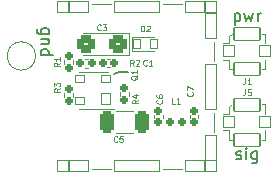
<source format=gto>
%TF.GenerationSoftware,KiCad,Pcbnew,6.0.4-6f826c9f35~116~ubuntu18.04.1*%
%TF.CreationDate,2022-04-20T20:45:48+02:00*%
%TF.ProjectId,FETProbe_tiny,46455450-726f-4626-955f-74696e792e6b,rev?*%
%TF.SameCoordinates,Original*%
%TF.FileFunction,Legend,Top*%
%TF.FilePolarity,Positive*%
%FSLAX46Y46*%
G04 Gerber Fmt 4.6, Leading zero omitted, Abs format (unit mm)*
G04 Created by KiCad (PCBNEW 6.0.4-6f826c9f35~116~ubuntu18.04.1) date 2022-04-20 20:45:48*
%MOMM*%
%LPD*%
G01*
G04 APERTURE LIST*
G04 Aperture macros list*
%AMRoundRect*
0 Rectangle with rounded corners*
0 $1 Rounding radius*
0 $2 $3 $4 $5 $6 $7 $8 $9 X,Y pos of 4 corners*
0 Add a 4 corners polygon primitive as box body*
4,1,4,$2,$3,$4,$5,$6,$7,$8,$9,$2,$3,0*
0 Add four circle primitives for the rounded corners*
1,1,$1+$1,$2,$3*
1,1,$1+$1,$4,$5*
1,1,$1+$1,$6,$7*
1,1,$1+$1,$8,$9*
0 Add four rect primitives between the rounded corners*
20,1,$1+$1,$2,$3,$4,$5,0*
20,1,$1+$1,$4,$5,$6,$7,0*
20,1,$1+$1,$6,$7,$8,$9,0*
20,1,$1+$1,$8,$9,$2,$3,0*%
G04 Aperture macros list end*
%ADD10C,0.150000*%
%ADD11C,0.060000*%
%ADD12C,0.120000*%
%ADD13RoundRect,0.050000X-0.500000X0.500000X-0.500000X-0.500000X0.500000X-0.500000X0.500000X0.500000X0*%
%ADD14RoundRect,0.050000X-1.100000X0.525000X-1.100000X-0.525000X1.100000X-0.525000X1.100000X0.525000X0*%
%ADD15RoundRect,0.050000X-0.825000X-0.500000X0.825000X-0.500000X0.825000X0.500000X-0.825000X0.500000X0*%
%ADD16RoundRect,0.050000X-0.500000X-1.065000X0.500000X-1.065000X0.500000X1.065000X-0.500000X1.065000X0*%
%ADD17RoundRect,0.050000X-0.500000X-0.500000X0.500000X-0.500000X0.500000X0.500000X-0.500000X0.500000X0*%
%ADD18RoundRect,0.050000X-1.900000X-0.500000X1.900000X-0.500000X1.900000X0.500000X-1.900000X0.500000X0*%
%ADD19RoundRect,0.050000X-0.500000X-1.900000X0.500000X-1.900000X0.500000X1.900000X-0.500000X1.900000X0*%
%ADD20RoundRect,0.050000X0.350000X0.500000X-0.350000X0.500000X-0.350000X-0.500000X0.350000X-0.500000X0*%
%ADD21RoundRect,0.050000X0.350000X0.300000X-0.350000X0.300000X-0.350000X-0.300000X0.350000X-0.300000X0*%
%ADD22RoundRect,0.185000X-0.135000X-0.185000X0.135000X-0.185000X0.135000X0.185000X-0.135000X0.185000X0*%
%ADD23RoundRect,0.300000X0.450000X0.425000X-0.450000X0.425000X-0.450000X-0.425000X0.450000X-0.425000X0*%
%ADD24RoundRect,0.185000X-0.185000X0.135000X-0.185000X-0.135000X0.185000X-0.135000X0.185000X0.135000X0*%
%ADD25C,2.100000*%
%ADD26RoundRect,0.190000X-0.170000X0.140000X-0.170000X-0.140000X0.170000X-0.140000X0.170000X0.140000X0*%
%ADD27RoundRect,0.190000X0.140000X0.170000X-0.140000X0.170000X-0.140000X-0.170000X0.140000X-0.170000X0*%
%ADD28RoundRect,0.300000X-0.325000X-0.650000X0.325000X-0.650000X0.325000X0.650000X-0.325000X0.650000X0*%
%ADD29RoundRect,0.050000X0.300000X0.350000X-0.300000X0.350000X-0.300000X-0.350000X0.300000X-0.350000X0*%
%ADD30RoundRect,0.197500X-0.147500X-0.172500X0.147500X-0.172500X0.147500X0.172500X-0.147500X0.172500X0*%
%ADD31RoundRect,0.185000X0.185000X-0.135000X0.185000X0.135000X-0.185000X0.135000X-0.185000X-0.135000X0*%
G04 APERTURE END LIST*
D10*
X112450000Y-98750000D02*
X111700000Y-98750000D01*
X111700000Y-98750000D02*
X111250000Y-98950000D01*
X121452380Y-93785714D02*
X121452380Y-94785714D01*
X121452380Y-93833333D02*
X121547619Y-93785714D01*
X121738095Y-93785714D01*
X121833333Y-93833333D01*
X121880952Y-93880952D01*
X121928571Y-93976190D01*
X121928571Y-94261904D01*
X121880952Y-94357142D01*
X121833333Y-94404761D01*
X121738095Y-94452380D01*
X121547619Y-94452380D01*
X121452380Y-94404761D01*
X122261904Y-93785714D02*
X122452380Y-94452380D01*
X122642857Y-93976190D01*
X122833333Y-94452380D01*
X123023809Y-93785714D01*
X123404761Y-94452380D02*
X123404761Y-93785714D01*
X123404761Y-93976190D02*
X123452380Y-93880952D01*
X123500000Y-93833333D01*
X123595238Y-93785714D01*
X123690476Y-93785714D01*
X121595238Y-106104761D02*
X121690476Y-106152380D01*
X121880952Y-106152380D01*
X121976190Y-106104761D01*
X122023809Y-106009523D01*
X122023809Y-105961904D01*
X121976190Y-105866666D01*
X121880952Y-105819047D01*
X121738095Y-105819047D01*
X121642857Y-105771428D01*
X121595238Y-105676190D01*
X121595238Y-105628571D01*
X121642857Y-105533333D01*
X121738095Y-105485714D01*
X121880952Y-105485714D01*
X121976190Y-105533333D01*
X122452380Y-106152380D02*
X122452380Y-105485714D01*
X122452380Y-105152380D02*
X122404761Y-105200000D01*
X122452380Y-105247619D01*
X122500000Y-105200000D01*
X122452380Y-105152380D01*
X122452380Y-105247619D01*
X123357142Y-105485714D02*
X123357142Y-106295238D01*
X123309523Y-106390476D01*
X123261904Y-106438095D01*
X123166666Y-106485714D01*
X123023809Y-106485714D01*
X122928571Y-106438095D01*
X123357142Y-106104761D02*
X123261904Y-106152380D01*
X123071428Y-106152380D01*
X122976190Y-106104761D01*
X122928571Y-106057142D01*
X122880952Y-105961904D01*
X122880952Y-105676190D01*
X122928571Y-105580952D01*
X122976190Y-105533333D01*
X123071428Y-105485714D01*
X123261904Y-105485714D01*
X123357142Y-105533333D01*
X105714285Y-95509523D02*
X104904761Y-95509523D01*
X104809523Y-95461904D01*
X104761904Y-95414285D01*
X104714285Y-95319047D01*
X104714285Y-95176190D01*
X104761904Y-95080952D01*
X105095238Y-95509523D02*
X105047619Y-95414285D01*
X105047619Y-95223809D01*
X105095238Y-95128571D01*
X105142857Y-95080952D01*
X105238095Y-95033333D01*
X105523809Y-95033333D01*
X105619047Y-95080952D01*
X105666666Y-95128571D01*
X105714285Y-95223809D01*
X105714285Y-95414285D01*
X105666666Y-95509523D01*
X105714285Y-95985714D02*
X105047619Y-95985714D01*
X105619047Y-95985714D02*
X105666666Y-96033333D01*
X105714285Y-96128571D01*
X105714285Y-96271428D01*
X105666666Y-96366666D01*
X105571428Y-96414285D01*
X105047619Y-96414285D01*
X105047619Y-97319047D02*
X106047619Y-97319047D01*
X105095238Y-97319047D02*
X105047619Y-97223809D01*
X105047619Y-97033333D01*
X105095238Y-96938095D01*
X105142857Y-96890476D01*
X105238095Y-96842857D01*
X105523809Y-96842857D01*
X105619047Y-96890476D01*
X105666666Y-96938095D01*
X105714285Y-97033333D01*
X105714285Y-97223809D01*
X105666666Y-97319047D01*
D11*
X122333333Y-100226190D02*
X122333333Y-100583333D01*
X122309523Y-100654761D01*
X122261904Y-100702380D01*
X122190476Y-100726190D01*
X122142857Y-100726190D01*
X122809523Y-100226190D02*
X122571428Y-100226190D01*
X122547619Y-100464285D01*
X122571428Y-100440476D01*
X122619047Y-100416666D01*
X122738095Y-100416666D01*
X122785714Y-100440476D01*
X122809523Y-100464285D01*
X122833333Y-100511904D01*
X122833333Y-100630952D01*
X122809523Y-100678571D01*
X122785714Y-100702380D01*
X122738095Y-100726190D01*
X122619047Y-100726190D01*
X122571428Y-100702380D01*
X122547619Y-100678571D01*
X113223809Y-99047619D02*
X113200000Y-99095238D01*
X113152380Y-99142857D01*
X113080952Y-99214285D01*
X113057142Y-99261904D01*
X113057142Y-99309523D01*
X113176190Y-99285714D02*
X113152380Y-99333333D01*
X113104761Y-99380952D01*
X113009523Y-99404761D01*
X112842857Y-99404761D01*
X112747619Y-99380952D01*
X112700000Y-99333333D01*
X112676190Y-99285714D01*
X112676190Y-99190476D01*
X112700000Y-99142857D01*
X112747619Y-99095238D01*
X112842857Y-99071428D01*
X113009523Y-99071428D01*
X113104761Y-99095238D01*
X113152380Y-99142857D01*
X113176190Y-99190476D01*
X113176190Y-99285714D01*
X113176190Y-98595238D02*
X113176190Y-98880952D01*
X113176190Y-98738095D02*
X112676190Y-98738095D01*
X112747619Y-98785714D01*
X112795238Y-98833333D01*
X112819047Y-98880952D01*
X112916666Y-98226190D02*
X112750000Y-97988095D01*
X112630952Y-98226190D02*
X112630952Y-97726190D01*
X112821428Y-97726190D01*
X112869047Y-97750000D01*
X112892857Y-97773809D01*
X112916666Y-97821428D01*
X112916666Y-97892857D01*
X112892857Y-97940476D01*
X112869047Y-97964285D01*
X112821428Y-97988095D01*
X112630952Y-97988095D01*
X113107142Y-97773809D02*
X113130952Y-97750000D01*
X113178571Y-97726190D01*
X113297619Y-97726190D01*
X113345238Y-97750000D01*
X113369047Y-97773809D01*
X113392857Y-97821428D01*
X113392857Y-97869047D01*
X113369047Y-97940476D01*
X113083333Y-98226190D01*
X113392857Y-98226190D01*
X110116666Y-95178571D02*
X110092857Y-95202380D01*
X110021428Y-95226190D01*
X109973809Y-95226190D01*
X109902380Y-95202380D01*
X109854761Y-95154761D01*
X109830952Y-95107142D01*
X109807142Y-95011904D01*
X109807142Y-94940476D01*
X109830952Y-94845238D01*
X109854761Y-94797619D01*
X109902380Y-94750000D01*
X109973809Y-94726190D01*
X110021428Y-94726190D01*
X110092857Y-94750000D01*
X110116666Y-94773809D01*
X110283333Y-94726190D02*
X110592857Y-94726190D01*
X110426190Y-94916666D01*
X110497619Y-94916666D01*
X110545238Y-94940476D01*
X110569047Y-94964285D01*
X110592857Y-95011904D01*
X110592857Y-95130952D01*
X110569047Y-95178571D01*
X110545238Y-95202380D01*
X110497619Y-95226190D01*
X110354761Y-95226190D01*
X110307142Y-95202380D01*
X110283333Y-95178571D01*
X106676190Y-100133333D02*
X106438095Y-100300000D01*
X106676190Y-100419047D02*
X106176190Y-100419047D01*
X106176190Y-100228571D01*
X106200000Y-100180952D01*
X106223809Y-100157142D01*
X106271428Y-100133333D01*
X106342857Y-100133333D01*
X106390476Y-100157142D01*
X106414285Y-100180952D01*
X106438095Y-100228571D01*
X106438095Y-100419047D01*
X106176190Y-99966666D02*
X106176190Y-99657142D01*
X106366666Y-99823809D01*
X106366666Y-99752380D01*
X106390476Y-99704761D01*
X106414285Y-99680952D01*
X106461904Y-99657142D01*
X106580952Y-99657142D01*
X106628571Y-99680952D01*
X106652380Y-99704761D01*
X106676190Y-99752380D01*
X106676190Y-99895238D01*
X106652380Y-99942857D01*
X106628571Y-99966666D01*
X122333333Y-99276190D02*
X122333333Y-99633333D01*
X122309523Y-99704761D01*
X122261904Y-99752380D01*
X122190476Y-99776190D01*
X122142857Y-99776190D01*
X122833333Y-99776190D02*
X122547619Y-99776190D01*
X122690476Y-99776190D02*
X122690476Y-99276190D01*
X122642857Y-99347619D01*
X122595238Y-99395238D01*
X122547619Y-99419047D01*
X106676190Y-97983333D02*
X106438095Y-98150000D01*
X106676190Y-98269047D02*
X106176190Y-98269047D01*
X106176190Y-98078571D01*
X106200000Y-98030952D01*
X106223809Y-98007142D01*
X106271428Y-97983333D01*
X106342857Y-97983333D01*
X106390476Y-98007142D01*
X106414285Y-98030952D01*
X106438095Y-98078571D01*
X106438095Y-98269047D01*
X106676190Y-97507142D02*
X106676190Y-97792857D01*
X106676190Y-97650000D02*
X106176190Y-97650000D01*
X106247619Y-97697619D01*
X106295238Y-97745238D01*
X106319047Y-97792857D01*
X115278571Y-101133333D02*
X115302380Y-101157142D01*
X115326190Y-101228571D01*
X115326190Y-101276190D01*
X115302380Y-101347619D01*
X115254761Y-101395238D01*
X115207142Y-101419047D01*
X115111904Y-101442857D01*
X115040476Y-101442857D01*
X114945238Y-101419047D01*
X114897619Y-101395238D01*
X114850000Y-101347619D01*
X114826190Y-101276190D01*
X114826190Y-101228571D01*
X114850000Y-101157142D01*
X114873809Y-101133333D01*
X114826190Y-100704761D02*
X114826190Y-100800000D01*
X114850000Y-100847619D01*
X114873809Y-100871428D01*
X114945238Y-100919047D01*
X115040476Y-100942857D01*
X115230952Y-100942857D01*
X115278571Y-100919047D01*
X115302380Y-100895238D01*
X115326190Y-100847619D01*
X115326190Y-100752380D01*
X115302380Y-100704761D01*
X115278571Y-100680952D01*
X115230952Y-100657142D01*
X115111904Y-100657142D01*
X115064285Y-100680952D01*
X115040476Y-100704761D01*
X115016666Y-100752380D01*
X115016666Y-100847619D01*
X115040476Y-100895238D01*
X115064285Y-100919047D01*
X115111904Y-100942857D01*
X114016666Y-98178571D02*
X113992857Y-98202380D01*
X113921428Y-98226190D01*
X113873809Y-98226190D01*
X113802380Y-98202380D01*
X113754761Y-98154761D01*
X113730952Y-98107142D01*
X113707142Y-98011904D01*
X113707142Y-97940476D01*
X113730952Y-97845238D01*
X113754761Y-97797619D01*
X113802380Y-97750000D01*
X113873809Y-97726190D01*
X113921428Y-97726190D01*
X113992857Y-97750000D01*
X114016666Y-97773809D01*
X114492857Y-98226190D02*
X114207142Y-98226190D01*
X114350000Y-98226190D02*
X114350000Y-97726190D01*
X114302380Y-97797619D01*
X114254761Y-97845238D01*
X114207142Y-97869047D01*
X117878571Y-100483333D02*
X117902380Y-100507142D01*
X117926190Y-100578571D01*
X117926190Y-100626190D01*
X117902380Y-100697619D01*
X117854761Y-100745238D01*
X117807142Y-100769047D01*
X117711904Y-100792857D01*
X117640476Y-100792857D01*
X117545238Y-100769047D01*
X117497619Y-100745238D01*
X117450000Y-100697619D01*
X117426190Y-100626190D01*
X117426190Y-100578571D01*
X117450000Y-100507142D01*
X117473809Y-100483333D01*
X117426190Y-100316666D02*
X117426190Y-99983333D01*
X117926190Y-100197619D01*
X111516666Y-104628571D02*
X111492857Y-104652380D01*
X111421428Y-104676190D01*
X111373809Y-104676190D01*
X111302380Y-104652380D01*
X111254761Y-104604761D01*
X111230952Y-104557142D01*
X111207142Y-104461904D01*
X111207142Y-104390476D01*
X111230952Y-104295238D01*
X111254761Y-104247619D01*
X111302380Y-104200000D01*
X111373809Y-104176190D01*
X111421428Y-104176190D01*
X111492857Y-104200000D01*
X111516666Y-104223809D01*
X111969047Y-104176190D02*
X111730952Y-104176190D01*
X111707142Y-104414285D01*
X111730952Y-104390476D01*
X111778571Y-104366666D01*
X111897619Y-104366666D01*
X111945238Y-104390476D01*
X111969047Y-104414285D01*
X111992857Y-104461904D01*
X111992857Y-104580952D01*
X111969047Y-104628571D01*
X111945238Y-104652380D01*
X111897619Y-104676190D01*
X111778571Y-104676190D01*
X111730952Y-104652380D01*
X111707142Y-104628571D01*
X113530952Y-95326190D02*
X113530952Y-94826190D01*
X113650000Y-94826190D01*
X113721428Y-94850000D01*
X113769047Y-94897619D01*
X113792857Y-94945238D01*
X113816666Y-95040476D01*
X113816666Y-95111904D01*
X113792857Y-95207142D01*
X113769047Y-95254761D01*
X113721428Y-95302380D01*
X113650000Y-95326190D01*
X113530952Y-95326190D01*
X114007142Y-94873809D02*
X114030952Y-94850000D01*
X114078571Y-94826190D01*
X114197619Y-94826190D01*
X114245238Y-94850000D01*
X114269047Y-94873809D01*
X114292857Y-94921428D01*
X114292857Y-94969047D01*
X114269047Y-95040476D01*
X113983333Y-95326190D01*
X114292857Y-95326190D01*
X116416666Y-101426190D02*
X116178571Y-101426190D01*
X116178571Y-100926190D01*
X116845238Y-101426190D02*
X116559523Y-101426190D01*
X116702380Y-101426190D02*
X116702380Y-100926190D01*
X116654761Y-100997619D01*
X116607142Y-101045238D01*
X116559523Y-101069047D01*
X113276190Y-101133333D02*
X113038095Y-101300000D01*
X113276190Y-101419047D02*
X112776190Y-101419047D01*
X112776190Y-101228571D01*
X112800000Y-101180952D01*
X112823809Y-101157142D01*
X112871428Y-101133333D01*
X112942857Y-101133333D01*
X112990476Y-101157142D01*
X113014285Y-101180952D01*
X113038095Y-101228571D01*
X113038095Y-101419047D01*
X112942857Y-100704761D02*
X113276190Y-100704761D01*
X112752380Y-100823809D02*
X113109523Y-100942857D01*
X113109523Y-100633333D01*
D12*
X121000000Y-102300000D02*
X120500000Y-102300000D01*
X121000000Y-103700000D02*
X120500000Y-103700000D01*
X123800000Y-101500000D02*
X124000000Y-101500000D01*
X121200000Y-104500000D02*
X121000000Y-104500000D01*
X124000000Y-101500000D02*
X124000000Y-102300000D01*
X124000000Y-104500000D02*
X123800000Y-104500000D01*
X121000000Y-102300000D02*
X121000000Y-101700000D01*
X121000000Y-101700000D02*
X121200000Y-101500000D01*
X124000000Y-103700000D02*
X124000000Y-104500000D01*
X121000000Y-104500000D02*
X121000000Y-103700000D01*
X109400000Y-93020000D02*
X111000000Y-93020000D01*
X109400000Y-106980000D02*
X111000000Y-106980000D01*
X119700000Y-102200000D02*
X119700000Y-103800000D01*
X119700000Y-96200000D02*
X119700000Y-97800000D01*
X115400000Y-106980000D02*
X117000000Y-106980000D01*
X115400000Y-93020000D02*
X117000000Y-93020000D01*
X110700000Y-98750000D02*
X108300000Y-98750000D01*
X108300000Y-101850000D02*
X111250000Y-101850000D01*
X108746359Y-98380000D02*
X109053641Y-98380000D01*
X108746359Y-97620000D02*
X109053641Y-97620000D01*
X112510000Y-95465000D02*
X108600000Y-95465000D01*
X112510000Y-97335000D02*
X112510000Y-95465000D01*
X108600000Y-97335000D02*
X112510000Y-97335000D01*
X107020000Y-100546359D02*
X107020000Y-100853641D01*
X107780000Y-100546359D02*
X107780000Y-100853641D01*
X124000000Y-97700000D02*
X124000000Y-98500000D01*
X121200000Y-98500000D02*
X121000000Y-98500000D01*
X121000000Y-96300000D02*
X121000000Y-95700000D01*
X124000000Y-98500000D02*
X123800000Y-98500000D01*
X124000000Y-95500000D02*
X124000000Y-96300000D01*
X121000000Y-98500000D02*
X121000000Y-97700000D01*
X121000000Y-96300000D02*
X120500000Y-96300000D01*
X121000000Y-95700000D02*
X121200000Y-95500000D01*
X123800000Y-95500000D02*
X124000000Y-95500000D01*
X121000000Y-97700000D02*
X120500000Y-97700000D01*
X107020000Y-97746359D02*
X107020000Y-98053641D01*
X107780000Y-97746359D02*
X107780000Y-98053641D01*
X115360000Y-102412164D02*
X115360000Y-102627836D01*
X114640000Y-102412164D02*
X114640000Y-102627836D01*
X110907836Y-97640000D02*
X110692164Y-97640000D01*
X110907836Y-98360000D02*
X110692164Y-98360000D01*
X104600000Y-97400000D02*
G75*
G03*
X104600000Y-97400000I-1200000J0D01*
G01*
X118360000Y-102412164D02*
X118360000Y-102627836D01*
X117640000Y-102412164D02*
X117640000Y-102627836D01*
X111388748Y-102090000D02*
X112811252Y-102090000D01*
X111388748Y-103910000D02*
X112811252Y-103910000D01*
X114600000Y-97000000D02*
X112750000Y-97000000D01*
X114600000Y-95800000D02*
X112750000Y-95800000D01*
X112750000Y-95800000D02*
X112750000Y-97000000D01*
X111720000Y-100753641D02*
X111720000Y-100446359D01*
X112480000Y-100753641D02*
X112480000Y-100446359D01*
%LPC*%
D13*
X121000000Y-103000000D03*
X124000000Y-103000000D03*
D14*
X122500000Y-101525000D03*
X122500000Y-104475000D03*
D15*
X108275000Y-106730000D03*
X108275000Y-93270000D03*
D16*
X119450000Y-94835000D03*
D17*
X119450000Y-106730000D03*
X119450000Y-93270000D03*
D18*
X113200000Y-106730000D03*
D16*
X119450000Y-105165000D03*
D19*
X119450000Y-100000000D03*
D15*
X118125000Y-93270000D03*
D17*
X106950000Y-93270000D03*
X106950000Y-106730000D03*
D15*
X118125000Y-106730000D03*
D18*
X113200000Y-93270000D03*
D20*
X110600000Y-101050000D03*
D21*
X110600000Y-99350000D03*
X108400000Y-99350000D03*
X108400000Y-101250000D03*
D22*
X108390000Y-98000000D03*
X109410000Y-98000000D03*
D23*
X111550000Y-96400000D03*
X108850000Y-96400000D03*
D24*
X107400000Y-100190000D03*
X107400000Y-101210000D03*
D13*
X121000000Y-97000000D03*
X124000000Y-97000000D03*
D14*
X122500000Y-98475000D03*
X122500000Y-95525000D03*
D24*
X107400000Y-97390000D03*
X107400000Y-98410000D03*
D25*
X103370000Y-102190000D03*
D26*
X115000000Y-102040000D03*
X115000000Y-103000000D03*
D27*
X111280000Y-98000000D03*
X110320000Y-98000000D03*
D25*
X103400000Y-97400000D03*
D26*
X118000000Y-102040000D03*
X118000000Y-103000000D03*
D28*
X110625000Y-103000000D03*
X113575000Y-103000000D03*
D29*
X113200000Y-96400000D03*
X114600000Y-96400000D03*
D30*
X116015000Y-103000000D03*
X116985000Y-103000000D03*
D31*
X112100000Y-101110000D03*
X112100000Y-100090000D03*
M02*

</source>
